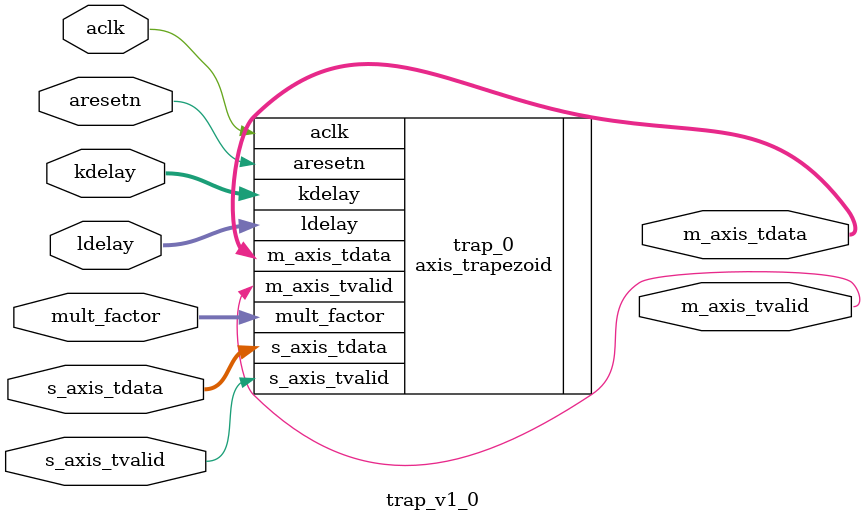
<source format=v>

`timescale 1 ns / 1 ps

	module trap_v1_0 #
	(
		parameter integer AXIS_TDATA_WIDTH = 16,
		parameter integer BUFFER_LENGTH = 14
	)
	(
        input wire aclk,
        input wire aresetn,
		input wire [AXIS_TDATA_WIDTH-1 : 0] s_axis_tdata,
		input wire s_axis_tvalid,
		output wire m_axis_tvalid,
		output wire [AXIS_TDATA_WIDTH-1 : 0] m_axis_tdata,
		
		input wire [13:0] kdelay,
		input wire [13:0] ldelay,
		input wire [15:0] mult_factor
	);

    axis_trapezoid # (
        AXIS_TDATA_WIDTH,
        BUFFER_LENGTH
    )
    trap_0
    (
        .aclk(aclk),
        .aresetn(aresetn),
        .s_axis_tdata(s_axis_tdata),
        .s_axis_tvalid(s_axis_tvalid),
        .m_axis_tdata(m_axis_tdata),
        .m_axis_tvalid(m_axis_tvalid),
        .kdelay(kdelay),
        .ldelay(ldelay),
        .mult_factor(mult_factor)
    );
	endmodule

</source>
